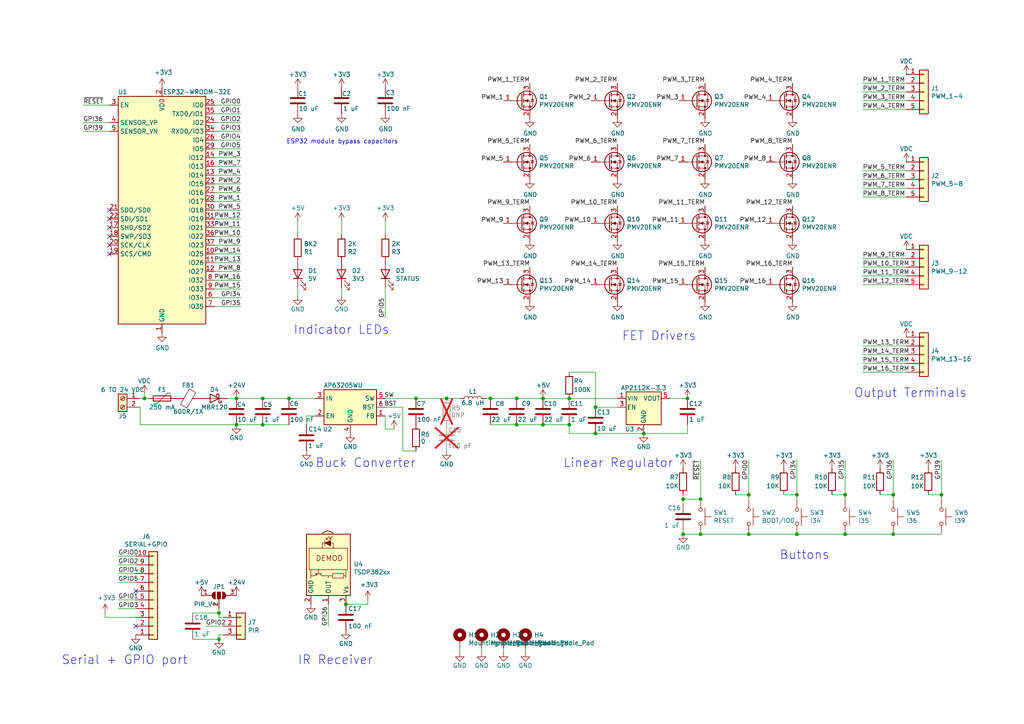
<source format=kicad_sch>
(kicad_sch (version 20230121) (generator eeschema)
  (paper "A4")
  (junction (at 259.08 143.51))
  (junction (at 217.17 143.51))
  (junction (at 83.82 115.57))
  (junction (at 198.12 154.94))
  (junction (at 217.17 154.94))
  (junction (at 41.91 115.57))
  (junction (at 172.72 118.11))
  (junction (at 186.69 125.73))
  (junction (at 68.58 123.19))
  (junction (at 231.14 154.94))
  (junction (at 76.2 123.19))
  (junction (at 203.2 144.78))
  (junction (at 63.5 177.8))
  (junction (at 259.08 154.94))
  (junction (at 142.24 115.57))
  (junction (at 203.2 154.94))
  (junction (at 149.86 115.57))
  (junction (at 172.72 125.73))
  (junction (at 100.33 175.26))
  (junction (at 157.48 123.19))
  (junction (at 149.86 123.19))
  (junction (at 120.65 115.57))
  (junction (at 76.2 115.57))
  (junction (at 245.11 143.51))
  (junction (at 63.5 185.42))
  (junction (at 165.1 115.57))
  (junction (at 199.39 115.57))
  (junction (at 157.48 115.57))
  (junction (at 198.12 144.78))
  (junction (at 273.05 143.51))
  (junction (at 245.11 154.94))
  (junction (at 68.58 115.57))
  (junction (at 165.1 123.19))
  (junction (at 129.54 115.57))
  (junction (at 231.14 143.51))
  (no_connect (at 39.37 171.45))
  (no_connect (at 39.37 181.61))
  (no_connect (at 31.75 73.66))
  (no_connect (at 31.75 71.12))
  (no_connect (at 31.75 60.96))
  (no_connect (at 31.75 66.04))
  (no_connect (at 31.75 63.5))
  (no_connect (at 31.75 68.58))
  (wire (pts (xy 203.2 144.78) (xy 198.12 144.78)))
  (wire (pts (xy 146.05 189.23) (xy 146.05 187.96)))
  (wire (pts (xy 99.06 85.852) (xy 99.06 83.312)))
  (wire (pts (xy 62.23 50.8) (xy 69.85 50.8)))
  (wire (pts (xy 142.24 115.57) (xy 149.86 115.57)))
  (wire (pts (xy 245.11 144.78) (xy 245.11 143.51)))
  (wire (pts (xy 120.65 115.57) (xy 129.54 115.57)))
  (wire (pts (xy 241.3 143.51) (xy 245.11 143.51)))
  (wire (pts (xy 198.12 143.51) (xy 198.12 144.78)))
  (wire (pts (xy 76.2 123.19) (xy 68.58 123.19)))
  (wire (pts (xy 203.2 133.35) (xy 203.2 144.78)))
  (wire (pts (xy 106.68 175.26) (xy 100.33 175.26)))
  (wire (pts (xy 63.5 177.8) (xy 63.5 179.07)))
  (wire (pts (xy 217.17 154.94) (xy 203.2 154.94)))
  (wire (pts (xy 24.13 38.1) (xy 31.75 38.1)))
  (wire (pts (xy 106.68 173.99) (xy 106.68 175.26)))
  (wire (pts (xy 88.9 120.65) (xy 91.44 120.65)))
  (wire (pts (xy 194.31 115.57) (xy 199.39 115.57)))
  (wire (pts (xy 69.85 83.82) (xy 62.23 83.82)))
  (wire (pts (xy 62.23 88.9) (xy 69.85 88.9)))
  (wire (pts (xy 39.37 179.07) (xy 30.48 179.07)))
  (wire (pts (xy 69.85 78.74) (xy 62.23 78.74)))
  (wire (pts (xy 231.14 143.51) (xy 231.14 133.35)))
  (wire (pts (xy 217.17 154.94) (xy 231.14 154.94)))
  (wire (pts (xy 149.86 115.57) (xy 157.48 115.57)))
  (wire (pts (xy 157.48 123.19) (xy 165.1 123.19)))
  (wire (pts (xy 63.5 184.15) (xy 63.5 185.42)))
  (wire (pts (xy 69.85 48.26) (xy 62.23 48.26)))
  (wire (pts (xy 250.19 105.41) (xy 262.89 105.41)))
  (wire (pts (xy 69.85 68.58) (xy 62.23 68.58)))
  (wire (pts (xy 62.23 55.88) (xy 69.85 55.88)))
  (wire (pts (xy 111.76 83.312) (xy 111.76 92.202)))
  (wire (pts (xy 40.64 115.57) (xy 41.91 115.57)))
  (wire (pts (xy 24.13 30.48) (xy 31.75 30.48)))
  (wire (pts (xy 262.89 82.55) (xy 250.19 82.55)))
  (wire (pts (xy 111.76 120.65) (xy 111.76 124.46)))
  (wire (pts (xy 62.23 86.36) (xy 69.85 86.36)))
  (wire (pts (xy 24.13 35.56) (xy 31.75 35.56)))
  (wire (pts (xy 140.97 115.57) (xy 142.24 115.57)))
  (wire (pts (xy 262.89 52.07) (xy 250.19 52.07)))
  (wire (pts (xy 62.23 81.28) (xy 69.85 81.28)))
  (wire (pts (xy 69.85 53.34) (xy 62.23 53.34)))
  (wire (pts (xy 139.7 189.23) (xy 139.7 187.96)))
  (wire (pts (xy 83.82 123.19) (xy 76.2 123.19)))
  (wire (pts (xy 250.19 74.93) (xy 262.89 74.93)))
  (wire (pts (xy 64.77 184.15) (xy 63.5 184.15)))
  (wire (pts (xy 213.36 143.51) (xy 217.17 143.51)))
  (wire (pts (xy 157.48 115.57) (xy 165.1 115.57)))
  (wire (pts (xy 262.89 77.47) (xy 250.19 77.47)))
  (wire (pts (xy 231.14 154.94) (xy 245.11 154.94)))
  (wire (pts (xy 262.89 57.15) (xy 250.19 57.15)))
  (wire (pts (xy 76.2 115.57) (xy 83.82 115.57)))
  (wire (pts (xy 69.85 73.66) (xy 62.23 73.66)))
  (wire (pts (xy 262.89 31.75) (xy 250.19 31.75)))
  (wire (pts (xy 198.12 154.94) (xy 203.2 154.94)))
  (wire (pts (xy 111.76 64.262) (xy 111.76 68.072)))
  (wire (pts (xy 259.08 144.78) (xy 259.08 143.51)))
  (wire (pts (xy 199.39 123.19) (xy 199.39 125.73)))
  (wire (pts (xy 198.12 153.67) (xy 198.12 154.94)))
  (wire (pts (xy 41.91 115.57) (xy 41.91 114.3)))
  (wire (pts (xy 40.64 123.19) (xy 40.64 118.11)))
  (wire (pts (xy 68.58 115.57) (xy 76.2 115.57)))
  (wire (pts (xy 116.84 130.81) (xy 116.84 118.11)))
  (wire (pts (xy 165.1 125.73) (xy 172.72 125.73)))
  (wire (pts (xy 62.23 35.56) (xy 69.85 35.56)))
  (wire (pts (xy 165.1 107.95) (xy 172.72 107.95)))
  (wire (pts (xy 165.1 115.57) (xy 179.07 115.57)))
  (wire (pts (xy 64.77 181.61) (xy 59.69 181.61)))
  (wire (pts (xy 62.23 40.64) (xy 69.85 40.64)))
  (wire (pts (xy 227.33 143.51) (xy 231.14 143.51)))
  (wire (pts (xy 41.91 115.57) (xy 43.18 115.57)))
  (wire (pts (xy 262.89 102.87) (xy 250.19 102.87)))
  (wire (pts (xy 62.23 60.96) (xy 69.85 60.96)))
  (wire (pts (xy 34.29 161.29) (xy 39.37 161.29)))
  (wire (pts (xy 62.23 71.12) (xy 69.85 71.12)))
  (wire (pts (xy 259.08 143.51) (xy 259.08 133.35)))
  (wire (pts (xy 250.19 80.01) (xy 262.89 80.01)))
  (wire (pts (xy 63.5 179.07) (xy 64.77 179.07)))
  (wire (pts (xy 262.89 107.95) (xy 250.19 107.95)))
  (wire (pts (xy 231.14 144.78) (xy 231.14 143.51)))
  (wire (pts (xy 62.23 76.2) (xy 69.85 76.2)))
  (wire (pts (xy 152.4 189.23) (xy 152.4 187.96)))
  (wire (pts (xy 245.11 154.94) (xy 259.08 154.94)))
  (wire (pts (xy 62.23 43.18) (xy 69.85 43.18)))
  (wire (pts (xy 62.23 30.48) (xy 69.85 30.48)))
  (wire (pts (xy 259.08 154.94) (xy 273.05 154.94)))
  (wire (pts (xy 66.04 115.57) (xy 68.58 115.57)))
  (wire (pts (xy 69.85 33.02) (xy 62.23 33.02)))
  (wire (pts (xy 199.39 125.73) (xy 186.69 125.73)))
  (wire (pts (xy 69.85 58.42) (xy 62.23 58.42)))
  (wire (pts (xy 250.19 49.53) (xy 262.89 49.53)))
  (wire (pts (xy 172.72 118.11) (xy 179.07 118.11)))
  (wire (pts (xy 172.72 125.73) (xy 186.69 125.73)))
  (wire (pts (xy 55.88 177.8) (xy 63.5 177.8)))
  (wire (pts (xy 111.76 124.46) (xy 114.3 124.46)))
  (wire (pts (xy 149.86 123.19) (xy 157.48 123.19)))
  (wire (pts (xy 30.48 179.07) (xy 30.48 177.8)))
  (wire (pts (xy 34.29 173.99) (xy 39.37 173.99)))
  (wire (pts (xy 39.37 176.53) (xy 34.29 176.53)))
  (wire (pts (xy 273.05 144.78) (xy 273.05 143.51)))
  (wire (pts (xy 273.05 143.51) (xy 273.05 133.35)))
  (wire (pts (xy 250.19 100.33) (xy 262.89 100.33)))
  (wire (pts (xy 111.76 115.57) (xy 120.65 115.57)))
  (wire (pts (xy 69.85 63.5) (xy 62.23 63.5)))
  (wire (pts (xy 269.24 143.51) (xy 273.05 143.51)))
  (wire (pts (xy 165.1 123.19) (xy 165.1 125.73)))
  (wire (pts (xy 217.17 143.51) (xy 217.17 133.35)))
  (wire (pts (xy 63.5 177.8) (xy 63.5 176.53)))
  (wire (pts (xy 172.72 107.95) (xy 172.72 118.11)))
  (wire (pts (xy 86.36 64.262) (xy 86.36 68.072)))
  (wire (pts (xy 39.37 168.91) (xy 34.29 168.91)))
  (wire (pts (xy 55.88 185.42) (xy 63.5 185.42)))
  (wire (pts (xy 245.11 143.51) (xy 245.11 133.35)))
  (wire (pts (xy 262.89 26.67) (xy 250.19 26.67)))
  (wire (pts (xy 250.19 54.61) (xy 262.89 54.61)))
  (wire (pts (xy 40.64 123.19) (xy 68.58 123.19)))
  (wire (pts (xy 198.12 144.78) (xy 198.12 146.05)))
  (wire (pts (xy 39.37 163.83) (xy 34.29 163.83)))
  (wire (pts (xy 142.24 123.19) (xy 149.86 123.19)))
  (wire (pts (xy 83.82 115.57) (xy 91.44 115.57)))
  (wire (pts (xy 111.76 118.11) (xy 116.84 118.11)))
  (wire (pts (xy 250.19 24.13) (xy 262.89 24.13)))
  (wire (pts (xy 133.35 189.23) (xy 133.35 187.96)))
  (wire (pts (xy 120.65 130.81) (xy 116.84 130.81)))
  (wire (pts (xy 69.85 38.1) (xy 62.23 38.1)))
  (wire (pts (xy 88.9 123.19) (xy 88.9 120.65)))
  (wire (pts (xy 250.19 29.21) (xy 262.89 29.21)))
  (wire (pts (xy 99.06 64.262) (xy 99.06 68.072)))
  (wire (pts (xy 255.27 143.51) (xy 259.08 143.51)))
  (wire (pts (xy 62.23 66.04) (xy 69.85 66.04)))
  (wire (pts (xy 129.54 115.57) (xy 133.35 115.57)))
  (wire (pts (xy 34.29 166.37) (xy 39.37 166.37)))
  (wire (pts (xy 86.36 83.312) (xy 86.36 85.852)))
  (wire (pts (xy 95.25 175.26) (xy 95.25 181.61)))
  (wire (pts (xy 62.23 45.72) (xy 69.85 45.72)))
  (wire (pts (xy 217.17 144.78) (xy 217.17 143.51)))
  (text "Linear Regulator" (at 163.322 135.89 0) (effects (font (size 2.54 2.54)) (justify left bottom)))
  (text "ESP32 module bypass capacitors" (at 83.058 41.91 0) (effects (font (size 1.27 1.27)) (justify left bottom)))
  (text "Buttons" (at 226.06 162.56 0) (effects (font (size 2.54 2.54)) (justify left bottom)))
  (text "FET Drivers" (at 180.34 99.06 0) (effects (font (size 2.54 2.54)) (justify left bottom)))
  (text "Serial + GPIO port" (at 17.78 193.04 0) (effects (font (size 2.54 2.54)) (justify left bottom)))
  (text "Output Terminals" (at 247.65 115.57 0) (effects (font (size 2.54 2.54)) (justify left bottom)))
  (text "Indicator LEDs" (at 85.09 97.282 0) (effects (font (size 2.54 2.54)) (justify left bottom)))
  (text "Buck Converter" (at 91.44 135.89 0) (effects (font (size 2.54 2.54)) (justify left bottom)))
  (text "IR Receiver" (at 86.36 193.04 0) (effects (font (size 2.54 2.54)) (justify left bottom)))
  (label "PWM_14_TERM" (at 179.07 77.47 180))
  (label "PWM_6_TERM" (at 179.07 41.91 180))
  (label "PWM_16_TERM" (at 229.87 77.47 180))
  (label "PWM_4" (at 222.25 29.21 180))
  (label "GPI39" (at 273.05 133.35 270))
  (label "PWM_1_TERM" (at 250.19 24.13 0))
  (label "GPIO3" (at 69.85 38.1 180))
  (label "GPI39" (at 24.13 38.1 0))
  (label "PWM_13" (at 69.85 76.2 180))
  (label "PWM_4_TERM" (at 229.87 24.13 180))
  (label "PWM_2_TERM" (at 179.07 24.13 180))
  (label "PWM_1" (at 146.05 29.21 180))
  (label "PWM_1" (at 69.85 58.42 180))
  (label "~{RESET}" (at 203.2 133.35 270))
  (label "PWM_16" (at 69.85 81.28 180))
  (label "PWM_7_TERM" (at 204.47 41.91 180))
  (label "PWM_7" (at 69.85 48.26 180))
  (label "PWM_3_TERM" (at 204.47 24.13 180))
  (label "PWM_6" (at 171.45 46.99 180))
  (label "PWM_7_TERM" (at 250.19 54.61 0))
  (label "PWM_16_TERM" (at 250.19 107.95 0))
  (label "PWM_5" (at 146.05 46.99 180))
  (label "GPIO2" (at 59.69 181.61 0))
  (label "GPI36" (at 95.25 181.61 90))
  (label "PWM_9_TERM" (at 153.67 59.69 180))
  (label "~{RESET}" (at 24.13 30.48 0))
  (label "PWM_10" (at 171.45 64.77 180))
  (label "PWM_15" (at 69.85 83.82 180))
  (label "PWM_8_TERM" (at 250.19 57.15 0))
  (label "GPIO2" (at 34.29 163.83 0))
  (label "PWM_12_TERM" (at 250.19 82.55 0))
  (label "PWM_1_TERM" (at 153.67 24.13 180))
  (label "PWM_16" (at 222.25 82.55 180))
  (label "GPI35" (at 245.11 133.35 270))
  (label "PWM_6_TERM" (at 250.19 52.07 0))
  (label "PWM_9_TERM" (at 250.19 74.93 0))
  (label "GPIO4" (at 34.29 166.37 0))
  (label "GPI36" (at 24.13 35.56 0))
  (label "PWM_5_TERM" (at 250.19 49.53 0))
  (label "PWM_3_TERM" (at 250.19 29.21 0))
  (label "SW" (at 114.3 115.57 180))
  (label "GPIO5" (at 111.76 92.202 90))
  (label "PWM_3" (at 69.85 45.72 180))
  (label "PWM_14" (at 69.85 73.66 180))
  (label "GPI34" (at 69.85 86.36 180))
  (label "PWM_15_TERM" (at 250.19 105.41 0))
  (label "PWM_5_TERM" (at 153.67 41.91 180))
  (label "PWM_10" (at 69.85 68.58 180))
  (label "GPIO5" (at 34.29 168.91 0))
  (label "PWM_2" (at 171.45 29.21 180))
  (label "GPIO1" (at 34.29 173.99 0))
  (label "PWM_10_TERM" (at 179.07 59.69 180))
  (label "PWM_7" (at 196.85 46.99 180))
  (label "PWM_8" (at 69.85 78.74 180))
  (label "GPIO5" (at 69.85 43.18 180))
  (label "GPIO2" (at 69.85 35.56 180))
  (label "GPIO0" (at 69.85 30.48 180))
  (label "PWM_10_TERM" (at 250.19 77.47 0))
  (label "PWM_6" (at 69.85 55.88 180))
  (label "PWM_11_TERM" (at 204.47 59.69 180))
  (label "PWM_4" (at 69.85 50.8 180))
  (label "PWM_14_TERM" (at 250.19 102.87 0))
  (label "PWM_2_TERM" (at 250.19 26.67 0))
  (label "PWM_14" (at 171.45 82.55 180))
  (label "PWM_11" (at 69.85 66.04 180))
  (label "PWM_5" (at 69.85 60.96 180))
  (label "PWM_15" (at 196.85 82.55 180))
  (label "PWM_9" (at 146.05 64.77 180))
  (label "PWM_13_TERM" (at 250.19 100.33 0))
  (label "PWM_12_TERM" (at 229.87 59.69 180))
  (label "GPIO0" (at 217.17 133.35 270))
  (label "PWM_13_TERM" (at 153.67 77.47 180))
  (label "PWM_12" (at 69.85 63.5 180))
  (label "PWM_8" (at 222.25 46.99 180))
  (label "GPIO1" (at 69.85 33.02 180))
  (label "PWM_8_TERM" (at 229.87 41.91 180))
  (label "PWM_9" (at 69.85 71.12 180))
  (label "GPIO4" (at 69.85 40.64 180))
  (label "GPI34" (at 231.14 133.35 270))
  (label "PWM_15_TERM" (at 204.47 77.47 180))
  (label "PWM_11_TERM" (at 250.19 80.01 0))
  (label "GPI35" (at 69.85 88.9 180))
  (label "PWM_2" (at 69.85 53.34 180))
  (label "BST" (at 115.062 118.11 180))
  (label "GPIO0" (at 34.29 161.29 0))
  (label "PWM_3" (at 196.85 29.21 180))
  (label "PWM_11" (at 196.85 64.77 180))
  (label "PWM_4_TERM" (at 250.19 31.75 0))
  (label "PWM_12" (at 222.25 64.77 180))
  (label "GPIO3" (at 34.29 176.53 0))
  (label "GPI36" (at 259.08 133.35 270))
  (label "PWM_13" (at 146.05 82.55 180))
  (symbol (lib_id "RF_Module:ESP32-WROOM-32D") (at 46.99 60.96 0) (unit 1)
    (property "Reference" "U1" (at 35.56 26.67 0))
    (property "Value" "ESP32-WROOM-32E" (at 57.15 26.67 0))
    (property "Footprint" "RF_Module:ESP32-WROOM-32" (effects hide))
    (property "Datasheet" "https://www.espressif.com/sites/default/files/documentation/esp32-wroom-32d_esp32-wroom-32u_datasheet_en.pdf" (effects hide))
    (property "MPN1" "ESP32-WROOM-32E" (effects hide))
  )
  (symbol (lib_id "kbxLEDController-16ch:PMV20ENR") (at 151.13 29.21 0) (unit 1)
    (property "Reference" "Q1" (at 156.337 28.0416 0) (effects (justify left)))
    (property "Value" "PMV20ENR" (at 156.337 30.353 0) (effects (justify left)))
    (property "Footprint" "Package_TO_SOT_SMD:SOT-23" (effects hide))
    (property "Datasheet" "https://assets.nexperia.com/documents/data-sheet/PMV20EN.pdf" (effects hide))
    (property "MPN1" "PMV20ENR" (effects hide))
  )
  (symbol (lib_id "Device:LED") (at 86.36 79.502 90) (unit 1)
    (property "Reference" "D1" (at 89.3318 78.5114 90) (effects (justify right)))
    (property "Value" "5V" (at 89.3318 80.8228 90) (effects (justify right)))
    (property "Footprint" "LED_SMD:LED_0805_2012Metric" (effects hide))
    (property "MPN1" "LSM0805543V" (effects hide))
  )
  (symbol (lib_id "Device:R") (at 86.36 71.882 0) (mirror y) (unit 1)
    (property "Reference" "R1" (at 88.138 73.0504 0) (effects (justify right)))
    (property "Value" "8K2" (at 88.138 70.739 0) (effects (justify right)))
    (property "Footprint" "Resistor_SMD:R_0805_2012Metric" (effects hide))
    (property "MPN1" "RC0805FR-078K2L" (effects hide))
  )
  (symbol (lib_id "power:GND") (at 86.36 85.852 0) (unit 1)
    (property "Reference" "#PWR026" (effects hide))
    (property "Value" "GND" (at 86.36 89.662 0))
  )
  (symbol (lib_id "Device:D_Schottky") (at 62.23 115.57 180) (unit 1)
    (property "Reference" "D4" (at 62.23 113.03 0))
    (property "Value" "MBR120" (at 62.23 118.11 0))
    (property "Footprint" "Diode_SMD:D_SOD-123" (effects hide))
    (property "MPN1" "MBR120" (effects hide))
  )
  (symbol (lib_id "kbxLEDController-16ch:PMV20ENR") (at 176.53 29.21 0) (unit 1)
    (property "Reference" "Q2" (at 181.737 28.0416 0) (effects (justify left)))
    (property "Value" "PMV20ENR" (at 181.737 30.353 0) (effects (justify left)))
    (property "Footprint" "Package_TO_SOT_SMD:SOT-23" (effects hide))
    (property "Datasheet" "https://assets.nexperia.com/documents/data-sheet/PMV20EN.pdf" (effects hide))
    (property "MPN1" "PMV20ENR" (effects hide))
  )
  (symbol (lib_id "Switch:SW_Push") (at 203.2 149.86 270) (unit 1)
    (property "Reference" "SW1" (at 206.9592 148.6916 90) (effects (justify left)))
    (property "Value" "RESET" (at 206.9592 151.003 90) (effects (justify left)))
    (property "Footprint" "Button_Switch_SMD:SW_Push_1P1T_NO_CK_KMR2" (effects hide))
    (property "MPN1" "KMR221GLFS" (effects hide))
  )
  (symbol (lib_id "Switch:SW_Push") (at 217.17 149.86 270) (unit 1)
    (property "Reference" "SW2" (at 220.9292 148.6916 90) (effects (justify left)))
    (property "Value" "BOOT/IO0" (at 220.9292 151.003 90) (effects (justify left)))
    (property "Footprint" "Button_Switch_SMD:SW_Push_1P1T_NO_CK_KMR2" (effects hide))
    (property "MPN1" "KMR221GLFS" (effects hide))
  )
  (symbol (lib_id "Device:C") (at 198.12 149.86 0) (unit 1)
    (property "Reference" "C16" (at 195.58 147.32 0))
    (property "Value" "1 uF" (at 194.945 152.4 0))
    (property "Footprint" "Capacitor_SMD:C_0805_2012Metric" (effects hide))
    (property "MPN1" "C2012X7R1H105K125AB" (effects hide))
  )
  (symbol (lib_id "Device:R") (at 198.12 139.7 0) (unit 1)
    (property "Reference" "R7" (at 195.58 138.43 0))
    (property "Value" "10K" (at 194.945 140.97 0))
    (property "Footprint" "Resistor_SMD:R_0805_2012Metric" (effects hide))
    (property "MPN1" "RC0805FR-0710KL" (effects hide))
  )
  (symbol (lib_id "kbxLEDController-16ch:PMV20ENR") (at 151.13 46.99 0) (unit 1)
    (property "Reference" "Q5" (at 156.337 45.8216 0) (effects (justify left)))
    (property "Value" "PMV20ENR" (at 156.337 48.133 0) (effects (justify left)))
    (property "Footprint" "Package_TO_SOT_SMD:SOT-23" (effects hide))
    (property "Datasheet" "https://assets.nexperia.com/documents/data-sheet/PMV20EN.pdf" (effects hide))
    (property "MPN1" "PMV20ENR" (effects hide))
  )
  (symbol (lib_id "kbxLEDController-16ch:PMV20ENR") (at 176.53 46.99 0) (unit 1)
    (property "Reference" "Q6" (at 181.737 45.8216 0) (effects (justify left)))
    (property "Value" "PMV20ENR" (at 181.737 48.133 0) (effects (justify left)))
    (property "Footprint" "Package_TO_SOT_SMD:SOT-23" (effects hide))
    (property "Datasheet" "https://assets.nexperia.com/documents/data-sheet/PMV20EN.pdf" (effects hide))
    (property "MPN1" "PMV20ENR" (effects hide))
  )
  (symbol (lib_id "kbxLEDController-16ch:PMV20ENR") (at 151.13 64.77 0) (unit 1)
    (property "Reference" "Q9" (at 156.337 63.6016 0) (effects (justify left)))
    (property "Value" "PMV20ENR" (at 156.337 65.913 0) (effects (justify left)))
    (property "Footprint" "Package_TO_SOT_SMD:SOT-23" (effects hide))
    (property "Datasheet" "https://assets.nexperia.com/documents/data-sheet/PMV20EN.pdf" (effects hide))
    (property "MPN1" "PMV20ENR" (effects hide))
  )
  (symbol (lib_id "kbxLEDController-16ch:PMV20ENR") (at 176.53 64.77 0) (unit 1)
    (property "Reference" "Q10" (at 181.737 63.6016 0) (effects (justify left)))
    (property "Value" "PMV20ENR" (at 181.737 65.913 0) (effects (justify left)))
    (property "Footprint" "Package_TO_SOT_SMD:SOT-23" (effects hide))
    (property "Datasheet" "https://assets.nexperia.com/documents/data-sheet/PMV20EN.pdf" (effects hide))
    (property "MPN1" "PMV20ENR" (effects hide))
  )
  (symbol (lib_id "kbxLEDController-16ch:PMV20ENR") (at 151.13 82.55 0) (unit 1)
    (property "Reference" "Q13" (at 156.337 81.3816 0) (effects (justify left)))
    (property "Value" "PMV20ENR" (at 156.337 83.693 0) (effects (justify left)))
    (property "Footprint" "Package_TO_SOT_SMD:SOT-23" (effects hide))
    (property "Datasheet" "https://assets.nexperia.com/documents/data-sheet/PMV20EN.pdf" (effects hide))
    (property "MPN1" "PMV20ENR" (effects hide))
  )
  (symbol (lib_id "kbxLEDController-16ch:PMV20ENR") (at 176.53 82.55 0) (unit 1)
    (property "Reference" "Q14" (at 181.737 81.3816 0) (effects (justify left)))
    (property "Value" "PMV20ENR" (at 181.737 83.693 0) (effects (justify left)))
    (property "Footprint" "Package_TO_SOT_SMD:SOT-23" (effects hide))
    (property "Datasheet" "https://assets.nexperia.com/documents/data-sheet/PMV20EN.pdf" (effects hide))
    (property "MPN1" "PMV20ENR" (effects hide))
  )
  (symbol (lib_id "kbxLEDController-16ch:PMV20ENR") (at 201.93 29.21 0) (unit 1)
    (property "Reference" "Q3" (at 207.137 28.0416 0) (effects (justify left)))
    (property "Value" "PMV20ENR" (at 207.137 30.353 0) (effects (justify left)))
    (property "Footprint" "Package_TO_SOT_SMD:SOT-23" (effects hide))
    (property "Datasheet" "https://assets.nexperia.com/documents/data-sheet/PMV20EN.pdf" (effects hide))
    (property "MPN1" "PMV20ENR" (effects hide))
  )
  (symbol (lib_id "kbxLEDController-16ch:PMV20ENR") (at 227.33 29.21 0) (unit 1)
    (property "Reference" "Q4" (at 232.537 28.0416 0) (effects (justify left)))
    (property "Value" "PMV20ENR" (at 232.537 30.353 0) (effects (justify left)))
    (property "Footprint" "Package_TO_SOT_SMD:SOT-23" (effects hide))
    (property "Datasheet" "https://assets.nexperia.com/documents/data-sheet/PMV20EN.pdf" (effects hide))
    (property "MPN1" "PMV20ENR" (effects hide))
  )
  (symbol (lib_id "kbxLEDController-16ch:PMV20ENR") (at 201.93 46.99 0) (unit 1)
    (property "Reference" "Q7" (at 207.137 45.8216 0) (effects (justify left)))
    (property "Value" "PMV20ENR" (at 207.137 48.133 0) (effects (justify left)))
    (property "Footprint" "Package_TO_SOT_SMD:SOT-23" (effects hide))
    (property "Datasheet" "https://assets.nexperia.com/documents/data-sheet/PMV20EN.pdf" (effects hide))
    (property "MPN1" "PMV20ENR" (effects hide))
  )
  (symbol (lib_id "kbxLEDController-16ch:PMV20ENR") (at 227.33 46.99 0) (unit 1)
    (property "Reference" "Q8" (at 232.537 45.8216 0) (effects (justify left)))
    (property "Value" "PMV20ENR" (at 232.537 48.133 0) (effects (justify left)))
    (property "Footprint" "Package_TO_SOT_SMD:SOT-23" (effects hide))
    (property "Datasheet" "https://assets.nexperia.com/documents/data-sheet/PMV20EN.pdf" (effects hide))
    (property "MPN1" "PMV20ENR" (effects hide))
  )
  (symbol (lib_id "kbxLEDController-16ch:PMV20ENR") (at 201.93 64.77 0) (unit 1)
    (property "Reference" "Q11" (at 207.137 63.6016 0) (effects (justify left)))
    (property "Value" "PMV20ENR" (at 207.137 65.913 0) (effects (justify left)))
    (property "Footprint" "Package_TO_SOT_SMD:SOT-23" (effects hide))
    (property "Datasheet" "https://assets.nexperia.com/documents/data-sheet/PMV20EN.pdf" (effects hide))
    (property "MPN1" "PMV20ENR" (effects hide))
  )
  (symbol (lib_id "kbxLEDController-16ch:PMV20ENR") (at 227.33 64.77 0) (unit 1)
    (property "Reference" "Q12" (at 232.537 63.6016 0) (effects (justify left)))
    (property "Value" "PMV20ENR" (at 232.537 65.913 0) (effects (justify left)))
    (property "Footprint" "Package_TO_SOT_SMD:SOT-23" (effects hide))
    (property "Datasheet" "https://assets.nexperia.com/documents/data-sheet/PMV20EN.pdf" (effects hide))
    (property "MPN1" "PMV20ENR" (effects hide))
  )
  (symbol (lib_id "kbxLEDController-16ch:PMV20ENR") (at 201.93 82.55 0) (unit 1)
    (property "Reference" "Q15" (at 207.137 81.3816 0) (effects (justify left)))
    (property "Value" "PMV20ENR" (at 207.137 83.693 0) (effects (justify left)))
    (property "Footprint" "Package_TO_SOT_SMD:SOT-23" (effects hide))
    (property "Datasheet" "https://assets.nexperia.com/documents/data-sheet/PMV20EN.pdf" (effects hide))
    (property "MPN1" "PMV20ENR" (effects hide))
  )
  (symbol (lib_id "kbxLEDController-16ch:PMV20ENR") (at 227.33 82.55 0) (unit 1)
    (property "Reference" "Q16" (at 232.537 81.3816 0) (effects (justify left)))
    (property "Value" "PMV20ENR" (at 232.537 83.693 0) (effects (justify left)))
    (property "Footprint" "Package_TO_SOT_SMD:SOT-23" (effects hide))
    (property "Datasheet" "https://assets.nexperia.com/documents/data-sheet/PMV20EN.pdf" (effects hide))
    (property "MPN1" "PMV20ENR" (effects hide))
  )
  (symbol (lib_id "kbxLEDController-16ch-rescue:+3.3V-power") (at 86.36 25.4 0) (unit 1)
    (property "Reference" "#PWR03" (effects hide))
    (property "Value" "+3.3V" (at 86.36 21.59 0))
  )
  (symbol (lib_id "power:GND") (at 86.36 33.02 0) (unit 1)
    (property "Reference" "#PWR06" (effects hide))
    (property "Value" "GND" (at 86.487 37.4142 0))
  )
  (symbol (lib_id "kbxLEDController-16ch-rescue:+3.3V-power") (at 46.99 25.4 0) (unit 1)
    (property "Reference" "#PWR02" (effects hide))
    (property "Value" "+3.3V" (at 47.371 21.0058 0))
  )
  (symbol (lib_id "power:GND") (at 46.99 96.52 0) (unit 1)
    (property "Reference" "#PWR032" (effects hide))
    (property "Value" "GND" (at 47.117 100.9142 0))
  )
  (symbol (lib_id "power:GND") (at 153.67 34.29 0) (unit 1)
    (property "Reference" "#PWR09" (effects hide))
    (property "Value" "GND" (at 153.797 38.6842 0))
  )
  (symbol (lib_id "power:GND") (at 179.07 34.29 0) (unit 1)
    (property "Reference" "#PWR010" (effects hide))
    (property "Value" "GND" (at 179.197 38.6842 0))
  )
  (symbol (lib_id "power:GND") (at 204.47 34.29 0) (unit 1)
    (property "Reference" "#PWR011" (effects hide))
    (property "Value" "GND" (at 204.597 38.6842 0))
  )
  (symbol (lib_id "power:GND") (at 229.87 34.29 0) (unit 1)
    (property "Reference" "#PWR012" (effects hide))
    (property "Value" "GND" (at 229.997 38.6842 0))
  )
  (symbol (lib_id "power:GND") (at 229.87 52.07 0) (unit 1)
    (property "Reference" "#PWR017" (effects hide))
    (property "Value" "GND" (at 229.997 56.4642 0))
  )
  (symbol (lib_id "power:GND") (at 204.47 52.07 0) (unit 1)
    (property "Reference" "#PWR016" (effects hide))
    (property "Value" "GND" (at 204.597 56.4642 0))
  )
  (symbol (lib_id "power:GND") (at 179.07 52.07 0) (unit 1)
    (property "Reference" "#PWR015" (effects hide))
    (property "Value" "GND" (at 179.197 56.4642 0))
  )
  (symbol (lib_id "power:GND") (at 153.67 52.07 0) (unit 1)
    (property "Reference" "#PWR014" (effects hide))
    (property "Value" "GND" (at 153.797 56.4642 0))
  )
  (symbol (lib_id "power:GND") (at 153.67 69.85 0) (unit 1)
    (property "Reference" "#PWR021" (effects hide))
    (property "Value" "GND" (at 153.797 74.2442 0))
  )
  (symbol (lib_id "power:GND") (at 179.07 69.85 0) (unit 1)
    (property "Reference" "#PWR022" (effects hide))
    (property "Value" "GND" (at 179.197 74.2442 0))
  )
  (symbol (lib_id "power:GND") (at 204.47 69.85 0) (unit 1)
    (property "Reference" "#PWR023" (effects hide))
    (property "Value" "GND" (at 204.597 74.2442 0))
  )
  (symbol (lib_id "power:GND") (at 229.87 69.85 0) (unit 1)
    (property "Reference" "#PWR024" (effects hide))
    (property "Value" "GND" (at 229.997 74.2442 0))
  )
  (symbol (lib_id "power:GND") (at 229.87 87.63 0) (unit 1)
    (property "Reference" "#PWR031" (effects hide))
    (property "Value" "GND" (at 229.997 92.0242 0))
  )
  (symbol (lib_id "power:GND") (at 204.47 87.63 0) (unit 1)
    (property "Reference" "#PWR030" (effects hide))
    (property "Value" "GND" (at 204.597 92.0242 0))
  )
  (symbol (lib_id "power:GND") (at 179.07 87.63 0) (unit 1)
    (property "Reference" "#PWR029" (effects hide))
    (property "Value" "GND" (at 179.197 92.0242 0))
  )
  (symbol (lib_id "power:GND") (at 153.67 87.63 0) (unit 1)
    (property "Reference" "#PWR028" (effects hide))
    (property "Value" "GND" (at 153.797 92.0242 0))
  )
  (symbol (lib_id "power:GND") (at 152.4 189.23 0) (unit 1)
    (property "Reference" "#PWR062" (effects hide))
    (property "Value" "GND" (at 152.4 193.04 0))
  )
  (symbol (lib_id "Mechanical:MountingHole_Pad") (at 152.4 185.42 0) (unit 1)
    (property "Reference" "H4" (at 154.94 184.1754 0) (effects (justify left)))
    (property "Value" "MountingHole_Pad" (at 154.94 186.4868 0) (effects (justify left)))
    (property "Footprint" "MountingHole:MountingHole_2.2mm_M2_Pad_Via" (effects hide))
  )
  (symbol (lib_id "power:GND") (at 146.05 189.23 0) (unit 1)
    (property "Reference" "#PWR061" (effects hide))
    (property "Value" "GND" (at 146.05 193.04 0))
  )
  (symbol (lib_id "Mechanical:MountingHole_Pad") (at 146.05 185.42 0) (unit 1)
    (property "Reference" "H3" (at 148.59 184.1754 0) (effects (justify left)))
    (property "Value" "MountingHole_Pad" (at 148.59 186.4868 0) (effects (justify left)))
    (property "Footprint" "MountingHole:MountingHole_2.2mm_M2_Pad_Via" (effects hide))
  )
  (symbol (lib_id "power:GND") (at 139.7 189.23 0) (unit 1)
    (property "Reference" "#PWR060" (effects hide))
    (property "Value" "GND" (at 139.7 193.04 0))
  )
  (symbol (lib_id "Mechanical:MountingHole_Pad") (at 139.7 185.42 0) (unit 1)
    (property "Reference" "H2" (at 142.24 184.1754 0) (effects (justify left)))
    (property "Value" "MountingHole_Pad" (at 142.24 186.4868 0) (effects (justify left)))
    (property "Footprint" "MountingHole:MountingHole_2.2mm_M2_Pad_Via" (effects hide))
  )
  (symbol (lib_id "power:GND") (at 133.35 189.23 0) (unit 1)
    (property "Reference" "#PWR059" (effects hide))
    (property "Value" "GND" (at 133.35 193.04 0))
  )
  (symbol (lib_id "Mechanical:MountingHole_Pad") (at 133.35 185.42 0) (unit 1)
    (property "Reference" "H1" (at 135.89 184.1754 0) (effects (justify left)))
    (property "Value" "MountingHole_Pad" (at 135.89 186.4868 0) (effects (justify left)))
    (property "Footprint" "MountingHole:MountingHole_2.2mm_M2_Pad_Via" (effects hide))
  )
  (symbol (lib_id "power:+3V3") (at 30.48 177.8 0) (unit 1)
    (property "Reference" "#PWR055" (effects hide))
    (property "Value" "+3V3" (at 30.861 173.4058 0))
  )
  (symbol (lib_id "Connector_Generic:Conn_01x05") (at 267.97 26.67 0) (unit 1)
    (property "Reference" "J1" (at 270.002 25.6032 0) (effects (justify left)))
    (property "Value" "PWM_1-4" (at 270.002 27.9146 0) (effects (justify left)))
    (property "Footprint" "Connector_PinSocket_2.54mm:PinSocket_1x05_P2.54mm_Vertical" (effects hide))
  )
  (symbol (lib_id "Connector_Generic:Conn_01x05") (at 267.97 52.07 0) (unit 1)
    (property "Reference" "J2" (at 270.002 51.0032 0) (effects (justify left)))
    (property "Value" "PWM_5-8" (at 270.002 53.3146 0) (effects (justify left)))
    (property "Footprint" "Connector_PinSocket_2.54mm:PinSocket_1x05_P2.54mm_Vertical" (effects hide))
  )
  (symbol (lib_id "Connector_Generic:Conn_01x05") (at 267.97 77.47 0) (unit 1)
    (property "Reference" "J3" (at 270.002 76.4032 0) (effects (justify left)))
    (property "Value" "PWM_9-12" (at 270.002 78.7146 0) (effects (justify left)))
    (property "Footprint" "Connector_PinSocket_2.54mm:PinSocket_1x05_P2.54mm_Vertical" (effects hide))
  )
  (symbol (lib_id "Connector_Generic:Conn_01x05") (at 267.97 102.87 0) (unit 1)
    (property "Reference" "J4" (at 270.002 101.8032 0) (effects (justify left)))
    (property "Value" "PWM_13-16" (at 270.002 104.1146 0) (effects (justify left)))
    (property "Footprint" "Connector_PinSocket_2.54mm:PinSocket_1x05_P2.54mm_Vertical" (effects hide))
  )
  (symbol (lib_id "Switch:SW_Push") (at 231.14 149.86 270) (unit 1)
    (property "Reference" "SW3" (at 234.8992 148.6916 90) (effects (justify left)))
    (property "Value" "I34" (at 234.8992 151.003 90) (effects (justify left)))
    (property "Footprint" "Button_Switch_SMD:SW_Push_1P1T_NO_CK_KMR2" (effects hide))
    (property "MPN1" "KMR221GLFS" (effects hide))
  )
  (symbol (lib_id "Device:R") (at 227.33 139.7 0) (unit 1)
    (property "Reference" "R9" (at 224.79 138.43 0))
    (property "Value" "10K" (at 224.155 140.97 0))
    (property "Footprint" "Resistor_SMD:R_0805_2012Metric" (effects hide))
    (property "MPN1" "RC0805FR-0710KL" (effects hide))
  )
  (symbol (lib_id "Switch:SW_Push") (at 245.11 149.86 270) (unit 1)
    (property "Reference" "SW4" (at 248.8692 148.6916 90) (effects (justify left)))
    (property "Value" "I35" (at 248.8692 151.003 90) (effects (justify left)))
    (property "Footprint" "Button_Switch_SMD:SW_Push_1P1T_NO_CK_KMR2" (effects hide))
    (property "MPN1" "KMR221GLFS" (effects hide))
  )
  (symbol (lib_id "Device:R") (at 241.3 139.7 0) (unit 1)
    (property "Reference" "R10" (at 238.125 138.43 0))
    (property "Value" "10K" (at 238.125 140.97 0))
    (property "Footprint" "Resistor_SMD:R_0805_2012Metric" (effects hide))
    (property "MPN1" "RC0805FR-0710KL" (effects hide))
  )
  (symbol (lib_id "Switch:SW_Push") (at 259.08 149.86 270) (unit 1)
    (property "Reference" "SW5" (at 262.8392 148.6916 90) (effects (justify left)))
    (property "Value" "I36" (at 262.8392 151.003 90) (effects (justify left)))
    (property "Footprint" "Button_Switch_SMD:SW_Push_1P1T_NO_CK_KMR2" (effects hide))
    (property "MPN1" "KMR221GLFS" (effects hide))
  )
  (symbol (lib_id "Device:R") (at 255.27 139.7 0) (unit 1)
    (property "Reference" "R11" (at 252.095 138.43 0))
    (property "Value" "10K" (at 252.095 140.97 0))
    (property "Footprint" "Resistor_SMD:R_0805_2012Metric" (effects hide))
    (property "MPN1" "RC0805FR-0710KL" (effects hide))
  )
  (symbol (lib_id "Switch:SW_Push") (at 273.05 149.86 270) (unit 1)
    (property "Reference" "SW6" (at 276.8092 148.6916 90) (effects (justify left)))
    (property "Value" "I39" (at 276.8092 151.003 90) (effects (justify left)))
    (property "Footprint" "Button_Switch_SMD:SW_Push_1P1T_NO_CK_KMR2" (effects hide))
    (property "MPN1" "KMR221GLFS" (effects hide))
  )
  (symbol (lib_id "Device:R") (at 269.24 139.7 0) (unit 1)
    (property "Reference" "R12" (at 266.065 138.43 0))
    (property "Value" "10K" (at 266.065 140.97 0))
    (property "Footprint" "Resistor_SMD:R_0805_2012Metric" (effects hide))
    (property "MPN1" "RC0805FR-0710KL" (effects hide))
  )
  (symbol (lib_id "Device:LED") (at 99.06 79.502 90) (unit 1)
    (property "Reference" "D2" (at 102.0318 78.5114 90) (effects (justify right)))
    (property "Value" "3V3" (at 102.0318 80.8228 90) (effects (justify right)))
    (property "Footprint" "LED_SMD:LED_0805_2012Metric" (effects hide))
    (property "MPN1" "LSM0805543V" (effects hide))
  )
  (symbol (lib_id "Device:R") (at 99.06 71.882 0) (mirror y) (unit 1)
    (property "Reference" "R2" (at 100.838 73.0504 0) (effects (justify right)))
    (property "Value" "2K" (at 100.838 70.739 0) (effects (justify right)))
    (property "Footprint" "Resistor_SMD:R_0805_2012Metric" (effects hide))
    (property "MPN1" "RC0805FR-072KL" (effects hide))
  )
  (symbol (lib_id "power:GND") (at 99.06 85.852 0) (unit 1)
    (property "Reference" "#PWR027" (effects hide))
    (property "Value" "GND" (at 99.06 89.662 0))
  )
  (symbol (lib_id "kbxLEDController-16ch-rescue:+3.3V-power") (at 99.06 64.262 0) (unit 1)
    (property "Reference" "#PWR019" (effects hide))
    (property "Value" "+3.3V" (at 99.06 60.325 0))
  )
  (symbol (lib_id "Device:LED") (at 111.76 79.502 90) (unit 1)
    (property "Reference" "D3" (at 114.7318 78.5114 90) (effects (justify right)))
    (property "Value" "STATUS" (at 114.7318 80.8228 90) (effects (justify right)))
    (property "Footprint" "LED_SMD:LED_0805_2012Metric" (effects hide))
    (property "MPN1" "APT2012EC" (effects hide))
  )
  (symbol (lib_id "Device:R") (at 111.76 71.882 0) (mirror y) (unit 1)
    (property "Reference" "R3" (at 113.538 73.0504 0) (effects (justify right)))
    (property "Value" "2K" (at 113.538 70.739 0) (effects (justify right)))
    (property "Footprint" "Resistor_SMD:R_0805_2012Metric" (effects hide))
    (property "MPN1" "RC0805FR-072KL" (effects hide))
  )
  (symbol (lib_id "kbxLEDController-16ch-rescue:+3.3V-power") (at 111.76 64.262 0) (unit 1)
    (property "Reference" "#PWR020" (effects hide))
    (property "Value" "+3.3V" (at 111.76 60.325 0))
  )
  (symbol (lib_id "kbxLEDController-16ch-rescue:+3.3V-power") (at 99.06 25.4 0) (unit 1)
    (property "Reference" "#PWR04" (effects hide))
    (property "Value" "+3.3V" (at 99.06 21.59 0))
  )
  (symbol (lib_id "power:GND") (at 99.06 33.02 0) (unit 1)
    (property "Reference" "#PWR07" (effects hide))
    (property "Value" "GND" (at 99.187 37.4142 0))
  )
  (symbol (lib_id "Device:R") (at 213.36 139.7 0) (unit 1)
    (property "Reference" "R8" (at 210.82 138.43 0))
    (property "Value" "10K" (at 210.185 140.97 0))
    (property "Footprint" "Resistor_SMD:R_0805_2012Metric" (effects hide))
    (property "MPN1" "RC0805FR-0710KL" (effects hide))
  )
  (symbol (lib_id "Connector_Generic:Conn_01x10") (at 44.45 173.99 0) (mirror x) (unit 1)
    (property "Reference" "J6" (at 42.3672 155.575 0))
    (property "Value" "SERIAL+GPIO" (at 42.3672 157.8864 0))
    (property "Footprint" "Connector_PinSocket_2.54mm:PinSocket_1x10_P2.54mm_Vertical" (effects hide))
  )
  (symbol (lib_id "Interface_Optical:TSOP382xx") (at 95.25 165.1 270) (unit 1)
    (property "Reference" "U4" (at 102.5652 163.6268 90) (effects (justify left)))
    (property "Value" "TSOP382xx" (at 102.5652 165.9382 90) (effects (justify left)))
    (property "Footprint" "OptoDevice:Vishay_MINICAST-3Pin" (effects hide))
    (property "Datasheet" "http://www.vishay.com/docs/82491/tsop382.pdf" (effects hide))
    (property "MPN1" "TSOP38238" (effects hide))
  )
  (symbol (lib_id "Connector_Generic:Conn_01x03") (at 69.85 181.61 0) (unit 1)
    (property "Reference" "J7" (at 71.882 180.5432 0) (effects (justify left)))
    (property "Value" "PIR" (at 71.882 182.8546 0) (effects (justify left)))
    (property "Footprint" "Connector_PinSocket_2.54mm:PinSocket_1x03_P2.54mm_Vertical" (effects hide))
  )
  (symbol (lib_id "kbxLEDController-16ch-rescue:+3.3V-power") (at 106.68 173.99 0) (unit 1)
    (property "Reference" "#PWR053" (effects hide))
    (property "Value" "+3.3V" (at 107.061 169.5958 0))
  )
  (symbol (lib_id "power:VDC") (at 41.91 114.3 0) (unit 1)
    (property "Reference" "#PWR034" (effects hide))
    (property "Value" "VDC" (at 41.91 110.49 0))
  )
  (symbol (lib_id "power:VDC") (at 262.89 97.79 0) (unit 1)
    (property "Reference" "#PWR033" (effects hide))
    (property "Value" "VDC" (at 262.89 93.98 0))
  )
  (symbol (lib_id "power:VDC") (at 262.89 72.39 0) (unit 1)
    (property "Reference" "#PWR025" (effects hide))
    (property "Value" "VDC" (at 262.89 68.58 0))
  )
  (symbol (lib_id "power:VDC") (at 262.89 46.99 0) (unit 1)
    (property "Reference" "#PWR013" (effects hide))
    (property "Value" "VDC" (at 262.89 43.18 0))
  )
  (symbol (lib_id "power:VDC") (at 262.89 21.59 0) (unit 1)
    (property "Reference" "#PWR01" (effects hide))
    (property "Value" "VDC" (at 262.89 17.78 0))
  )
  (symbol (lib_id "Device:C") (at 100.33 179.07 0) (unit 1)
    (property "Reference" "C17" (at 100.965 176.53 0) (effects (justify left)))
    (property "Value" "100 nF" (at 100.965 181.61 0) (effects (justify left)))
    (property "Footprint" "Capacitor_SMD:C_0805_2012Metric" (effects hide))
    (property "MPN1" "CC0805KRX7R9BB104" (effects hide))
  )
  (symbol (lib_id "power:GND") (at 100.33 182.88 0) (unit 1)
    (property "Reference" "#PWR056" (effects hide))
    (property "Value" "GND" (at 100.33 186.69 0))
  )
  (symbol (lib_id "Device:C") (at 76.2 119.38 180) (unit 1)
    (property "Reference" "C5" (at 78.994 117.348 0) (effects (justify left)))
    (property "Value" "1 uF" (at 81.28 121.666 0) (effects (justify left)))
    (property "Footprint" "Capacitor_SMD:C_0805_2012Metric" (effects hide))
    (property "MPN1" "C2012X7R1H105K125AB" (effects hide))
  )
  (symbol (lib_id "Device:C") (at 111.76 29.21 180) (unit 1)
    (property "Reference" "C3" (at 114.554 26.924 0) (effects (justify left)))
    (property "Value" "100 nF" (at 119.126 31.496 0) (effects (justify left)))
    (property "Footprint" "Capacitor_SMD:C_0805_2012Metric" (effects hide))
    (property "MPN1" "CC0805KRX7R9BB104" (effects hide))
  )
  (symbol (lib_id "Device:Polyfuse") (at 46.99 115.57 90) (unit 1)
    (property "Reference" "F1" (at 46.99 113.03 90))
    (property "Value" "250 mA" (at 46.99 118.11 90))
    (property "Footprint" "Fuse:Fuse_1206_3216Metric" (effects hide))
    (property "MPN1" "1206L025/24YR" (effects hide))
  )
  (symbol (lib_id "Device:C") (at 142.24 119.38 180) (unit 1)
    (property "Reference" "C8" (at 146.304 117.094 0) (effects (justify left)))
    (property "Value" "22 uF" (at 148.336 121.666 0) (effects (justify left)))
    (property "Footprint" "Capacitor_SMD:C_0805_2012Metric" (effects hide))
    (property "MPN1" "C2012X5R1V226M125AC" (effects hide))
  )
  (symbol (lib_id "power:GND") (at 39.37 184.15 0) (unit 1)
    (property "Reference" "#PWR057" (effects hide))
    (property "Value" "GND" (at 39.37 187.96 0))
  )
  (symbol (lib_id "Device:C") (at 165.1 119.38 180) (unit 1)
    (property "Reference" "C11" (at 169.164 117.094 0) (effects (justify left)))
    (property "Value" "1 uF" (at 170.18 121.666 0) (effects (justify left)))
    (property "Footprint" "Capacitor_SMD:C_0805_2012Metric" (effects hide))
    (property "MPN1" "C2012X7R1H105K125AB" (effects hide))
  )
  (symbol (lib_id "power:GND") (at 129.54 130.81 0) (unit 1)
    (property "Reference" "#PWR043" (effects hide))
    (property "Value" "GND" (at 129.54 134.62 0))
  )
  (symbol (lib_id "kbxLEDController-16ch-rescue:+3.3V-power") (at 111.76 25.4 0) (unit 1)
    (property "Reference" "#PWR05" (effects hide))
    (property "Value" "+3.3V" (at 111.76 21.59 0))
  )
  (symbol (lib_id "power:GND") (at 68.58 123.19 0) (unit 1)
    (property "Reference" "#PWR038" (effects hide))
    (property "Value" "GND" (at 68.58 127 0))
  )
  (symbol (lib_id "power:+5V") (at 157.48 115.57 0) (unit 1)
    (property "Reference" "#PWR036" (effects hide))
    (property "Value" "+5V" (at 157.48 111.76 0))
  )
  (symbol (lib_id "Device:C") (at 199.39 119.38 180) (unit 1)
    (property "Reference" "C12" (at 203.708 117.094 0) (effects (justify left)))
    (property "Value" "1 uF" (at 204.47 121.666 0) (effects (justify left)))
    (property "Footprint" "Capacitor_SMD:C_0805_2012Metric" (effects hide))
    (property "MPN1" "C2012X7R1H105K125AB" (effects hide))
  )
  (symbol (lib_id "power:+24V") (at 68.58 172.72 0) (unit 1)
    (property "Reference" "#PWR052" (effects hide))
    (property "Value" "+24V" (at 68.58 168.91 0))
  )
  (symbol (lib_id "Device:C") (at 99.06 29.21 180) (unit 1)
    (property "Reference" "C2" (at 101.854 27.178 0) (effects (justify left)))
    (property "Value" "1 uF" (at 104.14 31.496 0) (effects (justify left)))
    (property "Footprint" "Capacitor_SMD:C_0805_2012Metric" (effects hide))
    (property "MPN1" "C2012X7R1H105K125AB" (effects hide))
  )
  (symbol (lib_id "Device:C") (at 55.88 181.61 180) (unit 1)
    (property "Reference" "C18" (at 60.325 179.07 0) (effects (justify left)))
    (property "Value" "1 uF" (at 60.96 183.896 0) (effects (justify left)))
    (property "Footprint" "Capacitor_SMD:C_0805_2012Metric" (effects hide))
    (property "MPN1" "C2012X7R1H105K125AB" (effects hide))
  )
  (symbol (lib_id "power:GND") (at 63.5 185.42 0) (unit 1)
    (property "Reference" "#PWR058" (effects hide))
    (property "Value" "GND" (at 63.5 189.23 0))
  )
  (symbol (lib_id "Regulator_Linear:AP2112K-3.3") (at 186.69 118.11 0) (unit 1)
    (property "Reference" "U3" (at 182.626 124.46 0))
    (property "Value" "AP2112K-3.3" (at 186.69 112.522 0))
    (property "Footprint" "Package_TO_SOT_SMD:SOT-23-5" (effects hide))
    (property "Datasheet" "https://www.diodes.com/assets/Datasheets/AP2112.pdf" (effects hide))
    (property "MPN1" "AP2112K-3.3TRG1" (effects hide))
  )
  (symbol (lib_id "power:GND") (at 111.76 33.02 0) (unit 1)
    (property "Reference" "#PWR08" (effects hide))
    (property "Value" "GND" (at 111.887 37.4142 0))
  )
  (symbol (lib_id "power:+3V3") (at 199.39 115.57 0) (unit 1)
    (property "Reference" "#PWR037" (effects hide))
    (property "Value" "+3V3" (at 199.39 111.76 0))
  )
  (symbol (lib_id "Device:C") (at 120.65 119.38 180) (unit 1)
    (property "Reference" "C7" (at 123.444 117.094 0) (effects (justify left)))
    (property "Value" "100 nF" (at 128.016 121.666 0) (effects (justify left)))
    (property "Footprint" "Capacitor_SMD:C_0805_2012Metric" (effects hide))
    (property "MPN1" "CC0805KRX7R9BB104" (effects hide))
  )
  (symbol (lib_id "Device:FerriteBead") (at 54.61 115.57 90) (unit 1)
    (property "Reference" "FB1" (at 54.61 111.76 90))
    (property "Value" "600R/1A" (at 54.61 119.38 90))
    (property "Footprint" "Inductor_SMD:L_0805_2012Metric" (effects hide))
    (property "MPN1" "742792031" (effects hide))
  )
  (symbol (lib_id "Device:C") (at 68.58 119.38 180) (unit 1)
    (property "Reference" "C4" (at 71.374 117.348 0) (effects (justify left)))
    (property "Value" "10 uF" (at 74.676 121.666 0) (effects (justify left)))
    (property "Footprint" "Capacitor_SMD:C_0805_2012Metric" (effects hide))
    (property "MPN1" "C2012X5R1V106K085AC" (effects hide))
  )
  (symbol (lib_id "Connector:Screw_Terminal_01x02") (at 35.56 115.57 0) (mirror y) (unit 1)
    (property "Reference" "J5" (at 35.56 120.65 0))
    (property "Value" "6 TO 24 VDC" (at 35.56 113.03 0))
    (property "Footprint" "TerminalBlock_Phoenix:TerminalBlock_Phoenix_MKDS-1,5-2_1x02_P5.00mm_Horizontal" (effects hide))
    (property "MPN1" "1868733" (effects hide))
  )
  (symbol (lib_id "power:GND") (at 198.12 154.94 0) (unit 1)
    (property "Reference" "#PWR050" (effects hide))
    (property "Value" "GND" (at 198.12 158.75 0))
  )
  (symbol (lib_id "Jumper:SolderJumper_3_Open") (at 63.5 172.72 0) (unit 1)
    (property "Reference" "JP1" (at 63.5 170.18 0))
    (property "Value" "PIR_V+" (at 59.69 175.26 0))
    (property "Footprint" "Jumper:SolderJumper-3_P1.3mm_Open_RoundedPad1.0x1.5mm_NumberLabels" (effects hide))
  )
  (symbol (lib_id "power:GND") (at 186.69 125.73 0) (unit 1)
    (property "Reference" "#PWR041" (effects hide))
    (property "Value" "GND" (at 186.69 129.54 0))
  )
  (symbol (lib_id "Device:R") (at 165.1 111.76 0) (unit 1)
    (property "Reference" "R4" (at 166.37 110.49 0) (effects (justify left)))
    (property "Value" "100K" (at 166.37 113.03 0) (effects (justify left)))
    (property "Footprint" "Resistor_SMD:R_0805_2012Metric" (effects hide))
    (property "MPN1" "RC0805FR-07100KL" (effects hide))
  )
  (symbol (lib_id "power:GND") (at 90.17 175.26 0) (unit 1)
    (property "Reference" "#PWR054" (effects hide))
    (property "Value" "GND" (at 90.17 179.07 0))
  )
  (symbol (lib_id "Device:C") (at 88.9 127 180) (unit 1)
    (property "Reference" "C14" (at 93.345 124.46 0) (effects (justify left)))
    (property "Value" "1 uF" (at 93.98 129.286 0) (effects (justify left)))
    (property "Footprint" "Capacitor_SMD:C_0805_2012Metric" (effects hide))
    (property "MPN1" "C2012X7R1H105K125AB" (effects hide))
  )
  (symbol (lib_id "Device:L") (at 137.16 115.57 90) (unit 1)
    (property "Reference" "L1" (at 137.16 113.538 90))
    (property "Value" "6.8 uH" (at 137.16 116.84 90))
    (property "Footprint" "kbxLEDController-16ch:L_Murata_LQH5BPN_4.9x4.9mm" (effects hide))
    (property "MPN1" "7447709150" (effects hide))
    (property "MPN2" "MSS1210-153MEB" (effects hide))
  )
  (symbol (lib_id "Device:C") (at 172.72 121.92 180) (unit 1)
    (property "Reference" "C13" (at 173.1 119.55 0) (effects (justify right)))
    (property "Value" "10 uF" (at 173.1 124.3 0) (effects (justify right)))
    (property "Footprint" "Capacitor_SMD:C_0805_2012Metric" (effects hide))
    (property "MPN1" "C2012X5R1V106K085AC" (effects hide))
  )
  (symbol (lib_id "Device:C") (at 83.82 119.38 180) (unit 1)
    (property "Reference" "C6" (at 86.614 117.094 0) (effects (justify left)))
    (property "Value" "100 nF" (at 91.186 121.666 0) (effects (justify left)))
    (property "Footprint" "Capacitor_SMD:C_0805_2012Metric" (effects hide))
    (property "MPN1" "CC0805KRX7R9BB104" (effects hide))
  )
  (symbol (lib_id "Device:R") (at 120.65 127 0) (unit 1)
    (property "Reference" "R6" (at 124.714 125.984 0) (effects (justify right)))
    (property "Value" "0" (at 123.444 128.016 0) (effects (justify right)))
    (property "Footprint" "Resistor_SMD:R_0805_2012Metric" (effects hide))
    (property "MPN1" "RC0805FR-070RL" (effects hide))
  )
  (symbol (lib_id "Device:C") (at 86.36 29.21 180) (unit 1)
    (property "Reference" "C1" (at 89.154 27.178 0) (effects (justify left)))
    (property "Value" "10 uF" (at 92.456 31.496 0) (effects (justify left)))
    (property "Footprint" "Capacitor_SMD:C_0805_2012Metric" (effects hide))
    (property "MPN1" "C2012X5R1V106K085AC" (effects hide))
  )
  (symbol (lib_id "power:+3V3") (at 213.36 135.89 0) (unit 1)
    (property "Reference" "#PWR045" (effects hide))
    (property "Value" "+3V3" (at 213.36 132.08 0))
  )
  (symbol (lib_id "power:+3V3") (at 241.3 135.89 0) (unit 1)
    (property "Reference" "#PWR047" (effects hide))
    (property "Value" "+3V3" (at 241.3 132.08 0))
  )
  (symbol (lib_id "Device:C") (at 129.54 127 180) (unit 1) (dnp yes)
    (property "Reference" "C15" (at 133.858 124.714 0) (effects (justify left)))
    (property "Value" "100 pF" (at 136.906 129.286 0) (effects (justify left)))
    (property "Footprint" "Capacitor_SMD:C_0805_2012Metric" (effects hide))
    (property "MPN1" "CC0805KRX7R9BB101" (effects hide))
    (property "Population" "DNP" (effects hide))
  )
  (symbol (lib_id "Device:R") (at 129.54 119.38 0) (unit 1) (dnp yes)
    (property "Reference" "R5" (at 133.604 118.364 0) (effects (justify right)))
    (property "Value" "DNP" (at 134.874 120.396 0) (effects (justify right)))
    (property "Footprint" "Resistor_SMD:R_0805_2012Metric" (effects hide))
    (property "MPN1" "RC0805FR-070RL" (effects hide))
    (property "Population" "DNP" (effects hide))
  )
  (symbol (lib_id "power:+3V3") (at 269.24 135.89 0) (unit 1)
    (property "Reference" "#PWR049" (effects hide))
    (property "Value" "+3V3" (at 269.24 132.08 0))
  )
  (symbol (lib_id "power:GND") (at 101.6 125.73 0) (unit 1)
    (property "Reference" "#PWR040" (effects hide))
    (property "Value" "GND" (at 101.6 129.54 0))
  )
  (symbol (lib_id "power:GND") (at 88.9 130.81 0) (unit 1)
    (property "Reference" "#PWR042" (effects hide))
    (property "Value" "GND" (at 88.9 134.62 0))
  )
  (symbol (lib_id "power:+24V") (at 68.58 115.57 0) (unit 1)
    (property "Reference" "#PWR035" (effects hide))
    (property "Value" "+24V" (at 68.58 111.76 0))
  )
  (symbol (lib_id "power:+5V") (at 58.42 172.72 0) (unit 1)
    (property "Reference" "#PWR051" (effects hide))
    (property "Value" "+5V" (at 58.42 168.91 0))
  )
  (symbol (lib_id "power:+3V3") (at 227.33 135.89 0) (unit 1)
    (property "Reference" "#PWR046" (effects hide))
    (property "Value" "+3V3" (at 227.33 132.08 0))
  )
  (symbol (lib_id "Regulator_Switching:AP63205WU") (at 101.6 118.11 0) (unit 1)
    (property "Reference" "U2" (at 94.996 124.46 0))
    (property "Value" "AP63205WU" (at 99.568 111.76 0))
    (property "Footprint" "Package_TO_SOT_SMD:TSOT-23-6" (effects hide))
    (property "Datasheet" "https://www.diodes.com/assets/Datasheets/AP63200-AP63201-AP63203-AP63205.pdf" (effects hide))
    (property "MPN1" "AP63205WU-7" (effects hide))
  )
  (symbol (lib_id "Device:C") (at 149.86 119.38 180) (unit 1)
    (property "Reference" "C9" (at 153.924 117.094 0) (effects (justify left)))
    (property "Value" "22 uF" (at 155.956 121.666 0) (effects (justify left)))
    (property "Footprint" "Capacitor_SMD:C_0805_2012Metric" (effects hide))
    (property "MPN1" "C2012X5R1V226M125AC" (effects hide))
  )
  (symbol (lib_id "power:+3V3") (at 198.12 135.89 0) (unit 1)
    (property "Reference" "#PWR044" (effects hide))
    (property "Value" "+3V3" (at 198.12 132.08 0))
  )
  (symbol (lib_id "power:+5V") (at 114.3 124.46 0) (unit 1)
    (property "Reference" "#PWR039" (effects hide))
    (property "Value" "+5V" (at 114.3 120.65 0))
  )
  (symbol (lib_id "power:+3V3") (at 255.27 135.89 0) (unit 1)
    (property "Reference" "#PWR048" (effects hide))
    (property "Value" "+3V3" (at 255.27 132.08 0))
  )
  (symbol (lib_id "Device:C") (at 157.48 119.38 180) (unit 1)
    (property "Reference" "C10" (at 161.544 117.094 0) (effects (justify left)))
    (property "Value" "22 uF" (at 163.576 121.666 0) (effects (justify left)))
    (property "Footprint" "Capacitor_SMD:C_0805_2012Metric" (effects hide))
    (property "MPN1" "C2012X5R1V226M125AC" (effects hide))
  )
  (symbol (lib_id "power:+5V") (at 86.36 64.262 0) (unit 1)
    (property "Reference" "#PWR018" (effects hide))
    (property "Value" "+5V" (at 86.36 60.325 0))
  )
)
</source>
